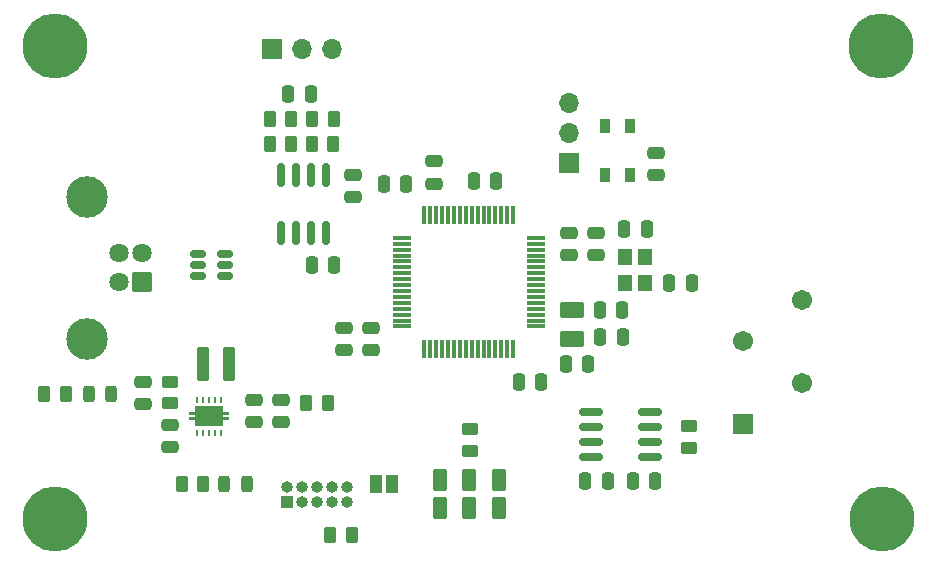
<source format=gbr>
%TF.GenerationSoftware,KiCad,Pcbnew,7.0.6-0*%
%TF.CreationDate,2023-10-10T09:43:15+11:00*%
%TF.ProjectId,CAN-Scope,43414e2d-5363-46f7-9065-2e6b69636164,rev?*%
%TF.SameCoordinates,Original*%
%TF.FileFunction,Soldermask,Top*%
%TF.FilePolarity,Negative*%
%FSLAX46Y46*%
G04 Gerber Fmt 4.6, Leading zero omitted, Abs format (unit mm)*
G04 Created by KiCad (PCBNEW 7.0.6-0) date 2023-10-10 09:43:15*
%MOMM*%
%LPD*%
G01*
G04 APERTURE LIST*
G04 Aperture macros list*
%AMRoundRect*
0 Rectangle with rounded corners*
0 $1 Rounding radius*
0 $2 $3 $4 $5 $6 $7 $8 $9 X,Y pos of 4 corners*
0 Add a 4 corners polygon primitive as box body*
4,1,4,$2,$3,$4,$5,$6,$7,$8,$9,$2,$3,0*
0 Add four circle primitives for the rounded corners*
1,1,$1+$1,$2,$3*
1,1,$1+$1,$4,$5*
1,1,$1+$1,$6,$7*
1,1,$1+$1,$8,$9*
0 Add four rect primitives between the rounded corners*
20,1,$1+$1,$2,$3,$4,$5,0*
20,1,$1+$1,$4,$5,$6,$7,0*
20,1,$1+$1,$6,$7,$8,$9,0*
20,1,$1+$1,$8,$9,$2,$3,0*%
%AMFreePoly0*
4,1,21,-0.125000,1.200000,0.125000,1.200000,0.125000,1.700000,0.375000,1.700000,0.375000,1.200000,0.825000,1.200000,0.825000,-1.200000,0.375000,-1.200000,0.375000,-1.700000,0.125000,-1.700000,0.125000,-1.200000,-0.125000,-1.200000,-0.125000,-1.700000,-0.375000,-1.700000,-0.375000,-1.200000,-0.825000,-1.200000,-0.825000,1.200000,-0.375000,1.200000,-0.375000,1.700000,-0.125000,1.700000,
-0.125000,1.200000,-0.125000,1.200000,$1*%
G04 Aperture macros list end*
%ADD10R,1.700000X1.700000*%
%ADD11O,1.700000X1.700000*%
%ADD12C,1.712000*%
%ADD13RoundRect,0.102000X0.754000X-0.754000X0.754000X0.754000X-0.754000X0.754000X-0.754000X-0.754000X0*%
%ADD14RoundRect,0.102000X0.400000X1.350000X-0.400000X1.350000X-0.400000X-1.350000X0.400000X-1.350000X0*%
%ADD15RoundRect,0.102000X-0.400000X-1.350000X0.400000X-1.350000X0.400000X1.350000X-0.400000X1.350000X0*%
%ADD16RoundRect,0.102000X-0.714000X0.714000X-0.714000X-0.714000X0.714000X-0.714000X0.714000X0.714000X0*%
%ADD17C,1.632000*%
%ADD18C,3.520000*%
%ADD19RoundRect,0.102000X0.950000X-0.550000X0.950000X0.550000X-0.950000X0.550000X-0.950000X-0.550000X0*%
%ADD20R,1.200000X1.400000*%
%ADD21RoundRect,0.150000X0.150000X-0.825000X0.150000X0.825000X-0.150000X0.825000X-0.150000X-0.825000X0*%
%ADD22RoundRect,0.150000X-0.825000X-0.150000X0.825000X-0.150000X0.825000X0.150000X-0.825000X0.150000X0*%
%ADD23R,0.240000X0.600000*%
%ADD24FreePoly0,270.000000*%
%ADD25RoundRect,0.075000X0.700000X0.075000X-0.700000X0.075000X-0.700000X-0.075000X0.700000X-0.075000X0*%
%ADD26RoundRect,0.075000X0.075000X0.700000X-0.075000X0.700000X-0.075000X-0.700000X0.075000X-0.700000X0*%
%ADD27RoundRect,0.150000X-0.512500X-0.150000X0.512500X-0.150000X0.512500X0.150000X-0.512500X0.150000X0*%
%ADD28RoundRect,0.102000X-0.325000X0.525000X-0.325000X-0.525000X0.325000X-0.525000X0.325000X0.525000X0*%
%ADD29RoundRect,0.102000X-0.500000X0.800000X-0.500000X-0.800000X0.500000X-0.800000X0.500000X0.800000X0*%
%ADD30RoundRect,0.250000X-0.262500X-0.450000X0.262500X-0.450000X0.262500X0.450000X-0.262500X0.450000X0*%
%ADD31RoundRect,0.250000X-0.450000X0.262500X-0.450000X-0.262500X0.450000X-0.262500X0.450000X0.262500X0*%
%ADD32RoundRect,0.250000X0.262500X0.450000X-0.262500X0.450000X-0.262500X-0.450000X0.262500X-0.450000X0*%
%ADD33RoundRect,0.250000X0.450000X-0.262500X0.450000X0.262500X-0.450000X0.262500X-0.450000X-0.262500X0*%
%ADD34R,1.000000X1.500000*%
%ADD35R,1.000000X1.000000*%
%ADD36O,1.000000X1.000000*%
%ADD37C,5.500000*%
%ADD38C,3.600000*%
%ADD39RoundRect,0.243750X-0.243750X-0.456250X0.243750X-0.456250X0.243750X0.456250X-0.243750X0.456250X0*%
%ADD40RoundRect,0.250000X0.250000X0.475000X-0.250000X0.475000X-0.250000X-0.475000X0.250000X-0.475000X0*%
%ADD41RoundRect,0.250000X-0.250000X-0.475000X0.250000X-0.475000X0.250000X0.475000X-0.250000X0.475000X0*%
%ADD42RoundRect,0.250000X-0.475000X0.250000X-0.475000X-0.250000X0.475000X-0.250000X0.475000X0.250000X0*%
%ADD43RoundRect,0.250000X0.475000X-0.250000X0.475000X0.250000X-0.475000X0.250000X-0.475000X-0.250000X0*%
G04 APERTURE END LIST*
D10*
%TO.C,J5*%
X193294000Y-51562000D03*
D11*
X195834000Y-51562000D03*
X198374000Y-51562000D03*
%TD*%
D12*
%TO.C,J4*%
X238172000Y-72812000D03*
X233172000Y-76312000D03*
X238172000Y-79812000D03*
D13*
X233172000Y-83312000D03*
%TD*%
D14*
%TO.C,L1*%
X189652000Y-78232000D03*
D15*
X187452000Y-78232000D03*
%TD*%
D16*
%TO.C,J1*%
X182340000Y-71334000D03*
D17*
X182340000Y-68834000D03*
X180340000Y-68834000D03*
X180340000Y-71334000D03*
D18*
X177630000Y-64064000D03*
X177630000Y-76104000D03*
%TD*%
D19*
%TO.C,Y2*%
X218694000Y-76145000D03*
X218694000Y-73645000D03*
%TD*%
D20*
%TO.C,Y1*%
X223222000Y-71374000D03*
X223222000Y-69174000D03*
X224922000Y-69174000D03*
X224922000Y-71374000D03*
%TD*%
D21*
%TO.C,U5*%
X194056000Y-67180000D03*
X195326000Y-67180000D03*
X196596000Y-67180000D03*
X197866000Y-67180000D03*
X197866000Y-62230000D03*
X196596000Y-62230000D03*
X195326000Y-62230000D03*
X194056000Y-62230000D03*
%TD*%
D22*
%TO.C,U4*%
X220348000Y-82296000D03*
X220348000Y-83566000D03*
X220348000Y-84836000D03*
X220348000Y-86106000D03*
X225298000Y-86106000D03*
X225298000Y-84836000D03*
X225298000Y-83566000D03*
X225298000Y-82296000D03*
%TD*%
D23*
%TO.C,U3*%
X188952000Y-81280000D03*
X188452000Y-81280000D03*
X187952000Y-81280000D03*
X187452000Y-81280000D03*
X186952000Y-81280000D03*
X186952000Y-84080000D03*
X187452000Y-84080000D03*
X187952000Y-84080000D03*
X188452000Y-84080000D03*
X188952000Y-84080000D03*
D24*
X187952000Y-82680000D03*
%TD*%
D25*
%TO.C,U2*%
X215646000Y-75062000D03*
X215646000Y-74562000D03*
X215646000Y-74062000D03*
X215646000Y-73562000D03*
X215646000Y-73062000D03*
X215646000Y-72562000D03*
X215646000Y-72062000D03*
X215646000Y-71562000D03*
X215646000Y-71062000D03*
X215646000Y-70562000D03*
X215646000Y-70062000D03*
X215646000Y-69562000D03*
X215646000Y-69062000D03*
X215646000Y-68562000D03*
X215646000Y-68062000D03*
X215646000Y-67562000D03*
D26*
X213721000Y-65637000D03*
X213221000Y-65637000D03*
X212721000Y-65637000D03*
X212221000Y-65637000D03*
X211721000Y-65637000D03*
X211221000Y-65637000D03*
X210721000Y-65637000D03*
X210221000Y-65637000D03*
X209721000Y-65637000D03*
X209221000Y-65637000D03*
X208721000Y-65637000D03*
X208221000Y-65637000D03*
X207721000Y-65637000D03*
X207221000Y-65637000D03*
X206721000Y-65637000D03*
X206221000Y-65637000D03*
D25*
X204296000Y-67562000D03*
X204296000Y-68062000D03*
X204296000Y-68562000D03*
X204296000Y-69062000D03*
X204296000Y-69562000D03*
X204296000Y-70062000D03*
X204296000Y-70562000D03*
X204296000Y-71062000D03*
X204296000Y-71562000D03*
X204296000Y-72062000D03*
X204296000Y-72562000D03*
X204296000Y-73062000D03*
X204296000Y-73562000D03*
X204296000Y-74062000D03*
X204296000Y-74562000D03*
X204296000Y-75062000D03*
D26*
X206221000Y-76987000D03*
X206721000Y-76987000D03*
X207221000Y-76987000D03*
X207721000Y-76987000D03*
X208221000Y-76987000D03*
X208721000Y-76987000D03*
X209221000Y-76987000D03*
X209721000Y-76987000D03*
X210221000Y-76987000D03*
X210721000Y-76987000D03*
X211221000Y-76987000D03*
X211721000Y-76987000D03*
X212221000Y-76987000D03*
X212721000Y-76987000D03*
X213221000Y-76987000D03*
X213721000Y-76987000D03*
%TD*%
D27*
%TO.C,U1*%
X187076500Y-68900000D03*
X187076500Y-69850000D03*
X187076500Y-70800000D03*
X189351500Y-70800000D03*
X189351500Y-69850000D03*
X189351500Y-68900000D03*
%TD*%
D28*
%TO.C,SW1*%
X223638000Y-58095000D03*
X223638000Y-62245000D03*
X221488000Y-58095000D03*
X221488000Y-62245000D03*
%TD*%
D29*
%TO.C,S1*%
X207518000Y-90434500D03*
X210018000Y-90434500D03*
X212518000Y-90434500D03*
X207518000Y-88034500D03*
X210018000Y-88034500D03*
X212518000Y-88034500D03*
%TD*%
D30*
%TO.C,R10*%
X198511000Y-59580000D03*
X196686000Y-59580000D03*
%TD*%
%TO.C,R9*%
X193116000Y-59580000D03*
X194941000Y-59580000D03*
%TD*%
%TO.C,R8*%
X198521000Y-57490000D03*
X196696000Y-57490000D03*
%TD*%
%TO.C,R7*%
X194931000Y-57470000D03*
X193106000Y-57470000D03*
%TD*%
D31*
%TO.C,R6*%
X228600000Y-83519000D03*
X228600000Y-85344000D03*
%TD*%
D30*
%TO.C,R5*%
X187499000Y-88392000D03*
X185674000Y-88392000D03*
%TD*%
D32*
%TO.C,R4*%
X198223500Y-92710000D03*
X200048500Y-92710000D03*
%TD*%
D30*
%TO.C,R3*%
X174015000Y-80772000D03*
X175840000Y-80772000D03*
%TD*%
D33*
%TO.C,R2*%
X184658000Y-79756000D03*
X184658000Y-81581000D03*
%TD*%
%TO.C,R1*%
X210058000Y-83773000D03*
X210058000Y-85598000D03*
%TD*%
D34*
%TO.C,JP1*%
X202154000Y-88392000D03*
X203454000Y-88392000D03*
%TD*%
D35*
%TO.C,J3*%
X194564000Y-89916000D03*
D36*
X194564000Y-88646000D03*
X195834000Y-89916000D03*
X195834000Y-88646000D03*
X197104000Y-89916000D03*
X197104000Y-88646000D03*
X198374000Y-89916000D03*
X198374000Y-88646000D03*
X199644000Y-89916000D03*
X199644000Y-88646000D03*
%TD*%
D11*
%TO.C,J2*%
X218415000Y-56134000D03*
X218415000Y-58674000D03*
D10*
X218415000Y-61214000D03*
%TD*%
D37*
%TO.C,H4*%
X174920000Y-91330000D03*
D38*
X174920000Y-91330000D03*
%TD*%
D37*
%TO.C,H3*%
X174950000Y-51300000D03*
D38*
X174950000Y-51300000D03*
%TD*%
D37*
%TO.C,H2*%
X244910000Y-51350000D03*
D38*
X244910000Y-51350000D03*
%TD*%
D37*
%TO.C,H1*%
X244920000Y-91370000D03*
D38*
X244920000Y-91370000D03*
%TD*%
D32*
%TO.C,FB1*%
X198016500Y-81534000D03*
X196191500Y-81534000D03*
%TD*%
D39*
%TO.C,D2*%
X191158500Y-88392000D03*
X189283500Y-88392000D03*
%TD*%
%TO.C,D1*%
X177800000Y-80772000D03*
X179675000Y-80772000D03*
%TD*%
D40*
%TO.C,C23*%
X196596000Y-55372000D03*
X194696000Y-55372000D03*
%TD*%
D41*
%TO.C,C22*%
X196662000Y-69822000D03*
X198562000Y-69822000D03*
%TD*%
D40*
%TO.C,C21*%
X221742000Y-88138000D03*
X219842000Y-88138000D03*
%TD*%
D42*
%TO.C,C20*%
X200152000Y-62202000D03*
X200152000Y-64102000D03*
%TD*%
D40*
%TO.C,C19*%
X225740000Y-88138000D03*
X223840000Y-88138000D03*
%TD*%
D42*
%TO.C,C18*%
X194056000Y-81280000D03*
X194056000Y-83180000D03*
%TD*%
D43*
%TO.C,C17*%
X220726000Y-69022000D03*
X220726000Y-67122000D03*
%TD*%
D42*
%TO.C,C16*%
X191770000Y-81280000D03*
X191770000Y-83180000D03*
%TD*%
D43*
%TO.C,C15*%
X218440000Y-69022000D03*
X218440000Y-67122000D03*
%TD*%
D40*
%TO.C,C14*%
X212278000Y-62738000D03*
X210378000Y-62738000D03*
%TD*%
D42*
%TO.C,C13*%
X184658000Y-85278000D03*
X184658000Y-83378000D03*
%TD*%
D41*
%TO.C,C12*%
X218186000Y-78232000D03*
X220086000Y-78232000D03*
%TD*%
D43*
%TO.C,C11*%
X207010000Y-62992000D03*
X207010000Y-61092000D03*
%TD*%
%TO.C,C10*%
X225806000Y-62245000D03*
X225806000Y-60345000D03*
%TD*%
D42*
%TO.C,C9*%
X182372000Y-79756000D03*
X182372000Y-81656000D03*
%TD*%
D41*
%TO.C,C8*%
X214188000Y-79756000D03*
X216088000Y-79756000D03*
%TD*%
%TO.C,C7*%
X222946000Y-73660000D03*
X221046000Y-73660000D03*
%TD*%
%TO.C,C6*%
X223012000Y-75946000D03*
X221112000Y-75946000D03*
%TD*%
%TO.C,C5*%
X223144000Y-66802000D03*
X225044000Y-66802000D03*
%TD*%
D40*
%TO.C,C4*%
X202758000Y-62992000D03*
X204658000Y-62992000D03*
%TD*%
D42*
%TO.C,C3*%
X201676000Y-75184000D03*
X201676000Y-77084000D03*
%TD*%
D41*
%TO.C,C2*%
X226954000Y-71374000D03*
X228854000Y-71374000D03*
%TD*%
D42*
%TO.C,C1*%
X199390000Y-75184000D03*
X199390000Y-77084000D03*
%TD*%
M02*

</source>
